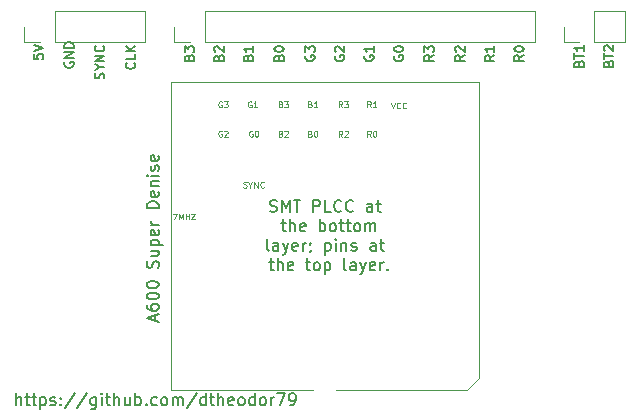
<source format=gto>
G04 #@! TF.GenerationSoftware,KiCad,Pcbnew,(5.1.6)-1*
G04 #@! TF.CreationDate,2021-06-26T13:41:07+03:00*
G04 #@! TF.ProjectId,a600_rgb2hdmi,61363030-5f72-4676-9232-68646d692e6b,rev?*
G04 #@! TF.SameCoordinates,Original*
G04 #@! TF.FileFunction,Legend,Top*
G04 #@! TF.FilePolarity,Positive*
%FSLAX46Y46*%
G04 Gerber Fmt 4.6, Leading zero omitted, Abs format (unit mm)*
G04 Created by KiCad (PCBNEW (5.1.6)-1) date 2021-06-26 13:41:07*
%MOMM*%
%LPD*%
G01*
G04 APERTURE LIST*
%ADD10C,0.100000*%
%ADD11C,0.150000*%
%ADD12C,0.120000*%
%ADD13O,1.800000X1.800000*%
%ADD14R,1.800000X1.800000*%
%ADD15C,1.522400*%
%ADD16R,1.522400X1.522400*%
G04 APERTURE END LIST*
D10*
X147633333Y-44526190D02*
X147800000Y-45026190D01*
X147966666Y-44526190D01*
X148419047Y-44978571D02*
X148395238Y-45002380D01*
X148323809Y-45026190D01*
X148276190Y-45026190D01*
X148204761Y-45002380D01*
X148157142Y-44954761D01*
X148133333Y-44907142D01*
X148109523Y-44811904D01*
X148109523Y-44740476D01*
X148133333Y-44645238D01*
X148157142Y-44597619D01*
X148204761Y-44550000D01*
X148276190Y-44526190D01*
X148323809Y-44526190D01*
X148395238Y-44550000D01*
X148419047Y-44573809D01*
X148919047Y-44978571D02*
X148895238Y-45002380D01*
X148823809Y-45026190D01*
X148776190Y-45026190D01*
X148704761Y-45002380D01*
X148657142Y-44954761D01*
X148633333Y-44907142D01*
X148609523Y-44811904D01*
X148609523Y-44740476D01*
X148633333Y-44645238D01*
X148657142Y-44597619D01*
X148704761Y-44550000D01*
X148776190Y-44526190D01*
X148823809Y-44526190D01*
X148895238Y-44550000D01*
X148919047Y-44573809D01*
X145916666Y-47426190D02*
X145750000Y-47188095D01*
X145630952Y-47426190D02*
X145630952Y-46926190D01*
X145821428Y-46926190D01*
X145869047Y-46950000D01*
X145892857Y-46973809D01*
X145916666Y-47021428D01*
X145916666Y-47092857D01*
X145892857Y-47140476D01*
X145869047Y-47164285D01*
X145821428Y-47188095D01*
X145630952Y-47188095D01*
X146226190Y-46926190D02*
X146273809Y-46926190D01*
X146321428Y-46950000D01*
X146345238Y-46973809D01*
X146369047Y-47021428D01*
X146392857Y-47116666D01*
X146392857Y-47235714D01*
X146369047Y-47330952D01*
X146345238Y-47378571D01*
X146321428Y-47402380D01*
X146273809Y-47426190D01*
X146226190Y-47426190D01*
X146178571Y-47402380D01*
X146154761Y-47378571D01*
X146130952Y-47330952D01*
X146107142Y-47235714D01*
X146107142Y-47116666D01*
X146130952Y-47021428D01*
X146154761Y-46973809D01*
X146178571Y-46950000D01*
X146226190Y-46926190D01*
X145916666Y-44926190D02*
X145750000Y-44688095D01*
X145630952Y-44926190D02*
X145630952Y-44426190D01*
X145821428Y-44426190D01*
X145869047Y-44450000D01*
X145892857Y-44473809D01*
X145916666Y-44521428D01*
X145916666Y-44592857D01*
X145892857Y-44640476D01*
X145869047Y-44664285D01*
X145821428Y-44688095D01*
X145630952Y-44688095D01*
X146392857Y-44926190D02*
X146107142Y-44926190D01*
X146250000Y-44926190D02*
X146250000Y-44426190D01*
X146202380Y-44497619D01*
X146154761Y-44545238D01*
X146107142Y-44569047D01*
X143516666Y-47426190D02*
X143350000Y-47188095D01*
X143230952Y-47426190D02*
X143230952Y-46926190D01*
X143421428Y-46926190D01*
X143469047Y-46950000D01*
X143492857Y-46973809D01*
X143516666Y-47021428D01*
X143516666Y-47092857D01*
X143492857Y-47140476D01*
X143469047Y-47164285D01*
X143421428Y-47188095D01*
X143230952Y-47188095D01*
X143707142Y-46973809D02*
X143730952Y-46950000D01*
X143778571Y-46926190D01*
X143897619Y-46926190D01*
X143945238Y-46950000D01*
X143969047Y-46973809D01*
X143992857Y-47021428D01*
X143992857Y-47069047D01*
X143969047Y-47140476D01*
X143683333Y-47426190D01*
X143992857Y-47426190D01*
X143516666Y-44926190D02*
X143350000Y-44688095D01*
X143230952Y-44926190D02*
X143230952Y-44426190D01*
X143421428Y-44426190D01*
X143469047Y-44450000D01*
X143492857Y-44473809D01*
X143516666Y-44521428D01*
X143516666Y-44592857D01*
X143492857Y-44640476D01*
X143469047Y-44664285D01*
X143421428Y-44688095D01*
X143230952Y-44688095D01*
X143683333Y-44426190D02*
X143992857Y-44426190D01*
X143826190Y-44616666D01*
X143897619Y-44616666D01*
X143945238Y-44640476D01*
X143969047Y-44664285D01*
X143992857Y-44711904D01*
X143992857Y-44830952D01*
X143969047Y-44878571D01*
X143945238Y-44902380D01*
X143897619Y-44926190D01*
X143754761Y-44926190D01*
X143707142Y-44902380D01*
X143683333Y-44878571D01*
X140797619Y-47164285D02*
X140869047Y-47188095D01*
X140892857Y-47211904D01*
X140916666Y-47259523D01*
X140916666Y-47330952D01*
X140892857Y-47378571D01*
X140869047Y-47402380D01*
X140821428Y-47426190D01*
X140630952Y-47426190D01*
X140630952Y-46926190D01*
X140797619Y-46926190D01*
X140845238Y-46950000D01*
X140869047Y-46973809D01*
X140892857Y-47021428D01*
X140892857Y-47069047D01*
X140869047Y-47116666D01*
X140845238Y-47140476D01*
X140797619Y-47164285D01*
X140630952Y-47164285D01*
X141226190Y-46926190D02*
X141273809Y-46926190D01*
X141321428Y-46950000D01*
X141345238Y-46973809D01*
X141369047Y-47021428D01*
X141392857Y-47116666D01*
X141392857Y-47235714D01*
X141369047Y-47330952D01*
X141345238Y-47378571D01*
X141321428Y-47402380D01*
X141273809Y-47426190D01*
X141226190Y-47426190D01*
X141178571Y-47402380D01*
X141154761Y-47378571D01*
X141130952Y-47330952D01*
X141107142Y-47235714D01*
X141107142Y-47116666D01*
X141130952Y-47021428D01*
X141154761Y-46973809D01*
X141178571Y-46950000D01*
X141226190Y-46926190D01*
X140797619Y-44664285D02*
X140869047Y-44688095D01*
X140892857Y-44711904D01*
X140916666Y-44759523D01*
X140916666Y-44830952D01*
X140892857Y-44878571D01*
X140869047Y-44902380D01*
X140821428Y-44926190D01*
X140630952Y-44926190D01*
X140630952Y-44426190D01*
X140797619Y-44426190D01*
X140845238Y-44450000D01*
X140869047Y-44473809D01*
X140892857Y-44521428D01*
X140892857Y-44569047D01*
X140869047Y-44616666D01*
X140845238Y-44640476D01*
X140797619Y-44664285D01*
X140630952Y-44664285D01*
X141392857Y-44926190D02*
X141107142Y-44926190D01*
X141250000Y-44926190D02*
X141250000Y-44426190D01*
X141202380Y-44497619D01*
X141154761Y-44545238D01*
X141107142Y-44569047D01*
X138297619Y-47164285D02*
X138369047Y-47188095D01*
X138392857Y-47211904D01*
X138416666Y-47259523D01*
X138416666Y-47330952D01*
X138392857Y-47378571D01*
X138369047Y-47402380D01*
X138321428Y-47426190D01*
X138130952Y-47426190D01*
X138130952Y-46926190D01*
X138297619Y-46926190D01*
X138345238Y-46950000D01*
X138369047Y-46973809D01*
X138392857Y-47021428D01*
X138392857Y-47069047D01*
X138369047Y-47116666D01*
X138345238Y-47140476D01*
X138297619Y-47164285D01*
X138130952Y-47164285D01*
X138607142Y-46973809D02*
X138630952Y-46950000D01*
X138678571Y-46926190D01*
X138797619Y-46926190D01*
X138845238Y-46950000D01*
X138869047Y-46973809D01*
X138892857Y-47021428D01*
X138892857Y-47069047D01*
X138869047Y-47140476D01*
X138583333Y-47426190D01*
X138892857Y-47426190D01*
X138297619Y-44664285D02*
X138369047Y-44688095D01*
X138392857Y-44711904D01*
X138416666Y-44759523D01*
X138416666Y-44830952D01*
X138392857Y-44878571D01*
X138369047Y-44902380D01*
X138321428Y-44926190D01*
X138130952Y-44926190D01*
X138130952Y-44426190D01*
X138297619Y-44426190D01*
X138345238Y-44450000D01*
X138369047Y-44473809D01*
X138392857Y-44521428D01*
X138392857Y-44569047D01*
X138369047Y-44616666D01*
X138345238Y-44640476D01*
X138297619Y-44664285D01*
X138130952Y-44664285D01*
X138583333Y-44426190D02*
X138892857Y-44426190D01*
X138726190Y-44616666D01*
X138797619Y-44616666D01*
X138845238Y-44640476D01*
X138869047Y-44664285D01*
X138892857Y-44711904D01*
X138892857Y-44830952D01*
X138869047Y-44878571D01*
X138845238Y-44902380D01*
X138797619Y-44926190D01*
X138654761Y-44926190D01*
X138607142Y-44902380D01*
X138583333Y-44878571D01*
X135892857Y-46950000D02*
X135845238Y-46926190D01*
X135773809Y-46926190D01*
X135702380Y-46950000D01*
X135654761Y-46997619D01*
X135630952Y-47045238D01*
X135607142Y-47140476D01*
X135607142Y-47211904D01*
X135630952Y-47307142D01*
X135654761Y-47354761D01*
X135702380Y-47402380D01*
X135773809Y-47426190D01*
X135821428Y-47426190D01*
X135892857Y-47402380D01*
X135916666Y-47378571D01*
X135916666Y-47211904D01*
X135821428Y-47211904D01*
X136226190Y-46926190D02*
X136273809Y-46926190D01*
X136321428Y-46950000D01*
X136345238Y-46973809D01*
X136369047Y-47021428D01*
X136392857Y-47116666D01*
X136392857Y-47235714D01*
X136369047Y-47330952D01*
X136345238Y-47378571D01*
X136321428Y-47402380D01*
X136273809Y-47426190D01*
X136226190Y-47426190D01*
X136178571Y-47402380D01*
X136154761Y-47378571D01*
X136130952Y-47330952D01*
X136107142Y-47235714D01*
X136107142Y-47116666D01*
X136130952Y-47021428D01*
X136154761Y-46973809D01*
X136178571Y-46950000D01*
X136226190Y-46926190D01*
X135792857Y-44450000D02*
X135745238Y-44426190D01*
X135673809Y-44426190D01*
X135602380Y-44450000D01*
X135554761Y-44497619D01*
X135530952Y-44545238D01*
X135507142Y-44640476D01*
X135507142Y-44711904D01*
X135530952Y-44807142D01*
X135554761Y-44854761D01*
X135602380Y-44902380D01*
X135673809Y-44926190D01*
X135721428Y-44926190D01*
X135792857Y-44902380D01*
X135816666Y-44878571D01*
X135816666Y-44711904D01*
X135721428Y-44711904D01*
X136292857Y-44926190D02*
X136007142Y-44926190D01*
X136150000Y-44926190D02*
X136150000Y-44426190D01*
X136102380Y-44497619D01*
X136054761Y-44545238D01*
X136007142Y-44569047D01*
X133292857Y-46950000D02*
X133245238Y-46926190D01*
X133173809Y-46926190D01*
X133102380Y-46950000D01*
X133054761Y-46997619D01*
X133030952Y-47045238D01*
X133007142Y-47140476D01*
X133007142Y-47211904D01*
X133030952Y-47307142D01*
X133054761Y-47354761D01*
X133102380Y-47402380D01*
X133173809Y-47426190D01*
X133221428Y-47426190D01*
X133292857Y-47402380D01*
X133316666Y-47378571D01*
X133316666Y-47211904D01*
X133221428Y-47211904D01*
X133507142Y-46973809D02*
X133530952Y-46950000D01*
X133578571Y-46926190D01*
X133697619Y-46926190D01*
X133745238Y-46950000D01*
X133769047Y-46973809D01*
X133792857Y-47021428D01*
X133792857Y-47069047D01*
X133769047Y-47140476D01*
X133483333Y-47426190D01*
X133792857Y-47426190D01*
X133292857Y-44450000D02*
X133245238Y-44426190D01*
X133173809Y-44426190D01*
X133102380Y-44450000D01*
X133054761Y-44497619D01*
X133030952Y-44545238D01*
X133007142Y-44640476D01*
X133007142Y-44711904D01*
X133030952Y-44807142D01*
X133054761Y-44854761D01*
X133102380Y-44902380D01*
X133173809Y-44926190D01*
X133221428Y-44926190D01*
X133292857Y-44902380D01*
X133316666Y-44878571D01*
X133316666Y-44711904D01*
X133221428Y-44711904D01*
X133483333Y-44426190D02*
X133792857Y-44426190D01*
X133626190Y-44616666D01*
X133697619Y-44616666D01*
X133745238Y-44640476D01*
X133769047Y-44664285D01*
X133792857Y-44711904D01*
X133792857Y-44830952D01*
X133769047Y-44878571D01*
X133745238Y-44902380D01*
X133697619Y-44926190D01*
X133554761Y-44926190D01*
X133507142Y-44902380D01*
X133483333Y-44878571D01*
X135130952Y-51702380D02*
X135202380Y-51726190D01*
X135321428Y-51726190D01*
X135369047Y-51702380D01*
X135392857Y-51678571D01*
X135416666Y-51630952D01*
X135416666Y-51583333D01*
X135392857Y-51535714D01*
X135369047Y-51511904D01*
X135321428Y-51488095D01*
X135226190Y-51464285D01*
X135178571Y-51440476D01*
X135154761Y-51416666D01*
X135130952Y-51369047D01*
X135130952Y-51321428D01*
X135154761Y-51273809D01*
X135178571Y-51250000D01*
X135226190Y-51226190D01*
X135345238Y-51226190D01*
X135416666Y-51250000D01*
X135726190Y-51488095D02*
X135726190Y-51726190D01*
X135559523Y-51226190D02*
X135726190Y-51488095D01*
X135892857Y-51226190D01*
X136059523Y-51726190D02*
X136059523Y-51226190D01*
X136345238Y-51726190D01*
X136345238Y-51226190D01*
X136869047Y-51678571D02*
X136845238Y-51702380D01*
X136773809Y-51726190D01*
X136726190Y-51726190D01*
X136654761Y-51702380D01*
X136607142Y-51654761D01*
X136583333Y-51607142D01*
X136559523Y-51511904D01*
X136559523Y-51440476D01*
X136583333Y-51345238D01*
X136607142Y-51297619D01*
X136654761Y-51250000D01*
X136726190Y-51226190D01*
X136773809Y-51226190D01*
X136845238Y-51250000D01*
X136869047Y-51273809D01*
X129147619Y-53926190D02*
X129480952Y-53926190D01*
X129266666Y-54426190D01*
X129671428Y-54426190D02*
X129671428Y-53926190D01*
X129838095Y-54283333D01*
X130004761Y-53926190D01*
X130004761Y-54426190D01*
X130242857Y-54426190D02*
X130242857Y-53926190D01*
X130242857Y-54164285D02*
X130528571Y-54164285D01*
X130528571Y-54426190D02*
X130528571Y-53926190D01*
X130719047Y-53926190D02*
X131052380Y-53926190D01*
X130719047Y-54426190D01*
X131052380Y-54426190D01*
D11*
X137376190Y-53729761D02*
X137519047Y-53777380D01*
X137757142Y-53777380D01*
X137852380Y-53729761D01*
X137900000Y-53682142D01*
X137947619Y-53586904D01*
X137947619Y-53491666D01*
X137900000Y-53396428D01*
X137852380Y-53348809D01*
X137757142Y-53301190D01*
X137566666Y-53253571D01*
X137471428Y-53205952D01*
X137423809Y-53158333D01*
X137376190Y-53063095D01*
X137376190Y-52967857D01*
X137423809Y-52872619D01*
X137471428Y-52825000D01*
X137566666Y-52777380D01*
X137804761Y-52777380D01*
X137947619Y-52825000D01*
X138376190Y-53777380D02*
X138376190Y-52777380D01*
X138709523Y-53491666D01*
X139042857Y-52777380D01*
X139042857Y-53777380D01*
X139376190Y-52777380D02*
X139947619Y-52777380D01*
X139661904Y-53777380D02*
X139661904Y-52777380D01*
X141042857Y-53777380D02*
X141042857Y-52777380D01*
X141423809Y-52777380D01*
X141519047Y-52825000D01*
X141566666Y-52872619D01*
X141614285Y-52967857D01*
X141614285Y-53110714D01*
X141566666Y-53205952D01*
X141519047Y-53253571D01*
X141423809Y-53301190D01*
X141042857Y-53301190D01*
X142519047Y-53777380D02*
X142042857Y-53777380D01*
X142042857Y-52777380D01*
X143423809Y-53682142D02*
X143376190Y-53729761D01*
X143233333Y-53777380D01*
X143138095Y-53777380D01*
X142995238Y-53729761D01*
X142900000Y-53634523D01*
X142852380Y-53539285D01*
X142804761Y-53348809D01*
X142804761Y-53205952D01*
X142852380Y-53015476D01*
X142900000Y-52920238D01*
X142995238Y-52825000D01*
X143138095Y-52777380D01*
X143233333Y-52777380D01*
X143376190Y-52825000D01*
X143423809Y-52872619D01*
X144423809Y-53682142D02*
X144376190Y-53729761D01*
X144233333Y-53777380D01*
X144138095Y-53777380D01*
X143995238Y-53729761D01*
X143900000Y-53634523D01*
X143852380Y-53539285D01*
X143804761Y-53348809D01*
X143804761Y-53205952D01*
X143852380Y-53015476D01*
X143900000Y-52920238D01*
X143995238Y-52825000D01*
X144138095Y-52777380D01*
X144233333Y-52777380D01*
X144376190Y-52825000D01*
X144423809Y-52872619D01*
X146042857Y-53777380D02*
X146042857Y-53253571D01*
X145995238Y-53158333D01*
X145900000Y-53110714D01*
X145709523Y-53110714D01*
X145614285Y-53158333D01*
X146042857Y-53729761D02*
X145947619Y-53777380D01*
X145709523Y-53777380D01*
X145614285Y-53729761D01*
X145566666Y-53634523D01*
X145566666Y-53539285D01*
X145614285Y-53444047D01*
X145709523Y-53396428D01*
X145947619Y-53396428D01*
X146042857Y-53348809D01*
X146376190Y-53110714D02*
X146757142Y-53110714D01*
X146519047Y-52777380D02*
X146519047Y-53634523D01*
X146566666Y-53729761D01*
X146661904Y-53777380D01*
X146757142Y-53777380D01*
X138352380Y-54760714D02*
X138733333Y-54760714D01*
X138495238Y-54427380D02*
X138495238Y-55284523D01*
X138542857Y-55379761D01*
X138638095Y-55427380D01*
X138733333Y-55427380D01*
X139066666Y-55427380D02*
X139066666Y-54427380D01*
X139495238Y-55427380D02*
X139495238Y-54903571D01*
X139447619Y-54808333D01*
X139352380Y-54760714D01*
X139209523Y-54760714D01*
X139114285Y-54808333D01*
X139066666Y-54855952D01*
X140352380Y-55379761D02*
X140257142Y-55427380D01*
X140066666Y-55427380D01*
X139971428Y-55379761D01*
X139923809Y-55284523D01*
X139923809Y-54903571D01*
X139971428Y-54808333D01*
X140066666Y-54760714D01*
X140257142Y-54760714D01*
X140352380Y-54808333D01*
X140400000Y-54903571D01*
X140400000Y-54998809D01*
X139923809Y-55094047D01*
X141590476Y-55427380D02*
X141590476Y-54427380D01*
X141590476Y-54808333D02*
X141685714Y-54760714D01*
X141876190Y-54760714D01*
X141971428Y-54808333D01*
X142019047Y-54855952D01*
X142066666Y-54951190D01*
X142066666Y-55236904D01*
X142019047Y-55332142D01*
X141971428Y-55379761D01*
X141876190Y-55427380D01*
X141685714Y-55427380D01*
X141590476Y-55379761D01*
X142638095Y-55427380D02*
X142542857Y-55379761D01*
X142495238Y-55332142D01*
X142447619Y-55236904D01*
X142447619Y-54951190D01*
X142495238Y-54855952D01*
X142542857Y-54808333D01*
X142638095Y-54760714D01*
X142780952Y-54760714D01*
X142876190Y-54808333D01*
X142923809Y-54855952D01*
X142971428Y-54951190D01*
X142971428Y-55236904D01*
X142923809Y-55332142D01*
X142876190Y-55379761D01*
X142780952Y-55427380D01*
X142638095Y-55427380D01*
X143257142Y-54760714D02*
X143638095Y-54760714D01*
X143400000Y-54427380D02*
X143400000Y-55284523D01*
X143447619Y-55379761D01*
X143542857Y-55427380D01*
X143638095Y-55427380D01*
X143828571Y-54760714D02*
X144209523Y-54760714D01*
X143971428Y-54427380D02*
X143971428Y-55284523D01*
X144019047Y-55379761D01*
X144114285Y-55427380D01*
X144209523Y-55427380D01*
X144685714Y-55427380D02*
X144590476Y-55379761D01*
X144542857Y-55332142D01*
X144495238Y-55236904D01*
X144495238Y-54951190D01*
X144542857Y-54855952D01*
X144590476Y-54808333D01*
X144685714Y-54760714D01*
X144828571Y-54760714D01*
X144923809Y-54808333D01*
X144971428Y-54855952D01*
X145019047Y-54951190D01*
X145019047Y-55236904D01*
X144971428Y-55332142D01*
X144923809Y-55379761D01*
X144828571Y-55427380D01*
X144685714Y-55427380D01*
X145447619Y-55427380D02*
X145447619Y-54760714D01*
X145447619Y-54855952D02*
X145495238Y-54808333D01*
X145590476Y-54760714D01*
X145733333Y-54760714D01*
X145828571Y-54808333D01*
X145876190Y-54903571D01*
X145876190Y-55427380D01*
X145876190Y-54903571D02*
X145923809Y-54808333D01*
X146019047Y-54760714D01*
X146161904Y-54760714D01*
X146257142Y-54808333D01*
X146304761Y-54903571D01*
X146304761Y-55427380D01*
X137280952Y-57077380D02*
X137185714Y-57029761D01*
X137138095Y-56934523D01*
X137138095Y-56077380D01*
X138090476Y-57077380D02*
X138090476Y-56553571D01*
X138042857Y-56458333D01*
X137947619Y-56410714D01*
X137757142Y-56410714D01*
X137661904Y-56458333D01*
X138090476Y-57029761D02*
X137995238Y-57077380D01*
X137757142Y-57077380D01*
X137661904Y-57029761D01*
X137614285Y-56934523D01*
X137614285Y-56839285D01*
X137661904Y-56744047D01*
X137757142Y-56696428D01*
X137995238Y-56696428D01*
X138090476Y-56648809D01*
X138471428Y-56410714D02*
X138709523Y-57077380D01*
X138947619Y-56410714D02*
X138709523Y-57077380D01*
X138614285Y-57315476D01*
X138566666Y-57363095D01*
X138471428Y-57410714D01*
X139709523Y-57029761D02*
X139614285Y-57077380D01*
X139423809Y-57077380D01*
X139328571Y-57029761D01*
X139280952Y-56934523D01*
X139280952Y-56553571D01*
X139328571Y-56458333D01*
X139423809Y-56410714D01*
X139614285Y-56410714D01*
X139709523Y-56458333D01*
X139757142Y-56553571D01*
X139757142Y-56648809D01*
X139280952Y-56744047D01*
X140185714Y-57077380D02*
X140185714Y-56410714D01*
X140185714Y-56601190D02*
X140233333Y-56505952D01*
X140280952Y-56458333D01*
X140376190Y-56410714D01*
X140471428Y-56410714D01*
X140852380Y-57029761D02*
X140852380Y-57077380D01*
X140804761Y-57172619D01*
X140757142Y-57220238D01*
X140804761Y-56458333D02*
X140852380Y-56505952D01*
X140804761Y-56553571D01*
X140757142Y-56505952D01*
X140804761Y-56458333D01*
X140804761Y-56553571D01*
X142042857Y-56410714D02*
X142042857Y-57410714D01*
X142042857Y-56458333D02*
X142138095Y-56410714D01*
X142328571Y-56410714D01*
X142423809Y-56458333D01*
X142471428Y-56505952D01*
X142519047Y-56601190D01*
X142519047Y-56886904D01*
X142471428Y-56982142D01*
X142423809Y-57029761D01*
X142328571Y-57077380D01*
X142138095Y-57077380D01*
X142042857Y-57029761D01*
X142947619Y-57077380D02*
X142947619Y-56410714D01*
X142947619Y-56077380D02*
X142900000Y-56125000D01*
X142947619Y-56172619D01*
X142995238Y-56125000D01*
X142947619Y-56077380D01*
X142947619Y-56172619D01*
X143423809Y-56410714D02*
X143423809Y-57077380D01*
X143423809Y-56505952D02*
X143471428Y-56458333D01*
X143566666Y-56410714D01*
X143709523Y-56410714D01*
X143804761Y-56458333D01*
X143852380Y-56553571D01*
X143852380Y-57077380D01*
X144280952Y-57029761D02*
X144376190Y-57077380D01*
X144566666Y-57077380D01*
X144661904Y-57029761D01*
X144709523Y-56934523D01*
X144709523Y-56886904D01*
X144661904Y-56791666D01*
X144566666Y-56744047D01*
X144423809Y-56744047D01*
X144328571Y-56696428D01*
X144280952Y-56601190D01*
X144280952Y-56553571D01*
X144328571Y-56458333D01*
X144423809Y-56410714D01*
X144566666Y-56410714D01*
X144661904Y-56458333D01*
X146328571Y-57077380D02*
X146328571Y-56553571D01*
X146280952Y-56458333D01*
X146185714Y-56410714D01*
X145995238Y-56410714D01*
X145900000Y-56458333D01*
X146328571Y-57029761D02*
X146233333Y-57077380D01*
X145995238Y-57077380D01*
X145900000Y-57029761D01*
X145852380Y-56934523D01*
X145852380Y-56839285D01*
X145900000Y-56744047D01*
X145995238Y-56696428D01*
X146233333Y-56696428D01*
X146328571Y-56648809D01*
X146661904Y-56410714D02*
X147042857Y-56410714D01*
X146804761Y-56077380D02*
X146804761Y-56934523D01*
X146852380Y-57029761D01*
X146947619Y-57077380D01*
X147042857Y-57077380D01*
X137304761Y-58060714D02*
X137685714Y-58060714D01*
X137447619Y-57727380D02*
X137447619Y-58584523D01*
X137495238Y-58679761D01*
X137590476Y-58727380D01*
X137685714Y-58727380D01*
X138019047Y-58727380D02*
X138019047Y-57727380D01*
X138447619Y-58727380D02*
X138447619Y-58203571D01*
X138400000Y-58108333D01*
X138304761Y-58060714D01*
X138161904Y-58060714D01*
X138066666Y-58108333D01*
X138019047Y-58155952D01*
X139304761Y-58679761D02*
X139209523Y-58727380D01*
X139019047Y-58727380D01*
X138923809Y-58679761D01*
X138876190Y-58584523D01*
X138876190Y-58203571D01*
X138923809Y-58108333D01*
X139019047Y-58060714D01*
X139209523Y-58060714D01*
X139304761Y-58108333D01*
X139352380Y-58203571D01*
X139352380Y-58298809D01*
X138876190Y-58394047D01*
X140400000Y-58060714D02*
X140780952Y-58060714D01*
X140542857Y-57727380D02*
X140542857Y-58584523D01*
X140590476Y-58679761D01*
X140685714Y-58727380D01*
X140780952Y-58727380D01*
X141257142Y-58727380D02*
X141161904Y-58679761D01*
X141114285Y-58632142D01*
X141066666Y-58536904D01*
X141066666Y-58251190D01*
X141114285Y-58155952D01*
X141161904Y-58108333D01*
X141257142Y-58060714D01*
X141400000Y-58060714D01*
X141495238Y-58108333D01*
X141542857Y-58155952D01*
X141590476Y-58251190D01*
X141590476Y-58536904D01*
X141542857Y-58632142D01*
X141495238Y-58679761D01*
X141400000Y-58727380D01*
X141257142Y-58727380D01*
X142019047Y-58060714D02*
X142019047Y-59060714D01*
X142019047Y-58108333D02*
X142114285Y-58060714D01*
X142304761Y-58060714D01*
X142400000Y-58108333D01*
X142447619Y-58155952D01*
X142495238Y-58251190D01*
X142495238Y-58536904D01*
X142447619Y-58632142D01*
X142400000Y-58679761D01*
X142304761Y-58727380D01*
X142114285Y-58727380D01*
X142019047Y-58679761D01*
X143828571Y-58727380D02*
X143733333Y-58679761D01*
X143685714Y-58584523D01*
X143685714Y-57727380D01*
X144638095Y-58727380D02*
X144638095Y-58203571D01*
X144590476Y-58108333D01*
X144495238Y-58060714D01*
X144304761Y-58060714D01*
X144209523Y-58108333D01*
X144638095Y-58679761D02*
X144542857Y-58727380D01*
X144304761Y-58727380D01*
X144209523Y-58679761D01*
X144161904Y-58584523D01*
X144161904Y-58489285D01*
X144209523Y-58394047D01*
X144304761Y-58346428D01*
X144542857Y-58346428D01*
X144638095Y-58298809D01*
X145019047Y-58060714D02*
X145257142Y-58727380D01*
X145495238Y-58060714D02*
X145257142Y-58727380D01*
X145161904Y-58965476D01*
X145114285Y-59013095D01*
X145019047Y-59060714D01*
X146257142Y-58679761D02*
X146161904Y-58727380D01*
X145971428Y-58727380D01*
X145876190Y-58679761D01*
X145828571Y-58584523D01*
X145828571Y-58203571D01*
X145876190Y-58108333D01*
X145971428Y-58060714D01*
X146161904Y-58060714D01*
X146257142Y-58108333D01*
X146304761Y-58203571D01*
X146304761Y-58298809D01*
X145828571Y-58394047D01*
X146733333Y-58727380D02*
X146733333Y-58060714D01*
X146733333Y-58251190D02*
X146780952Y-58155952D01*
X146828571Y-58108333D01*
X146923809Y-58060714D01*
X147019047Y-58060714D01*
X147352380Y-58632142D02*
X147400000Y-58679761D01*
X147352380Y-58727380D01*
X147304761Y-58679761D01*
X147352380Y-58632142D01*
X147352380Y-58727380D01*
X115890476Y-70152380D02*
X115890476Y-69152380D01*
X116319047Y-70152380D02*
X116319047Y-69628571D01*
X116271428Y-69533333D01*
X116176190Y-69485714D01*
X116033333Y-69485714D01*
X115938095Y-69533333D01*
X115890476Y-69580952D01*
X116652380Y-69485714D02*
X117033333Y-69485714D01*
X116795238Y-69152380D02*
X116795238Y-70009523D01*
X116842857Y-70104761D01*
X116938095Y-70152380D01*
X117033333Y-70152380D01*
X117223809Y-69485714D02*
X117604761Y-69485714D01*
X117366666Y-69152380D02*
X117366666Y-70009523D01*
X117414285Y-70104761D01*
X117509523Y-70152380D01*
X117604761Y-70152380D01*
X117938095Y-69485714D02*
X117938095Y-70485714D01*
X117938095Y-69533333D02*
X118033333Y-69485714D01*
X118223809Y-69485714D01*
X118319047Y-69533333D01*
X118366666Y-69580952D01*
X118414285Y-69676190D01*
X118414285Y-69961904D01*
X118366666Y-70057142D01*
X118319047Y-70104761D01*
X118223809Y-70152380D01*
X118033333Y-70152380D01*
X117938095Y-70104761D01*
X118795238Y-70104761D02*
X118890476Y-70152380D01*
X119080952Y-70152380D01*
X119176190Y-70104761D01*
X119223809Y-70009523D01*
X119223809Y-69961904D01*
X119176190Y-69866666D01*
X119080952Y-69819047D01*
X118938095Y-69819047D01*
X118842857Y-69771428D01*
X118795238Y-69676190D01*
X118795238Y-69628571D01*
X118842857Y-69533333D01*
X118938095Y-69485714D01*
X119080952Y-69485714D01*
X119176190Y-69533333D01*
X119652380Y-70057142D02*
X119700000Y-70104761D01*
X119652380Y-70152380D01*
X119604761Y-70104761D01*
X119652380Y-70057142D01*
X119652380Y-70152380D01*
X119652380Y-69533333D02*
X119700000Y-69580952D01*
X119652380Y-69628571D01*
X119604761Y-69580952D01*
X119652380Y-69533333D01*
X119652380Y-69628571D01*
X120842857Y-69104761D02*
X119985714Y-70390476D01*
X121890476Y-69104761D02*
X121033333Y-70390476D01*
X122652380Y-69485714D02*
X122652380Y-70295238D01*
X122604761Y-70390476D01*
X122557142Y-70438095D01*
X122461904Y-70485714D01*
X122319047Y-70485714D01*
X122223809Y-70438095D01*
X122652380Y-70104761D02*
X122557142Y-70152380D01*
X122366666Y-70152380D01*
X122271428Y-70104761D01*
X122223809Y-70057142D01*
X122176190Y-69961904D01*
X122176190Y-69676190D01*
X122223809Y-69580952D01*
X122271428Y-69533333D01*
X122366666Y-69485714D01*
X122557142Y-69485714D01*
X122652380Y-69533333D01*
X123128571Y-70152380D02*
X123128571Y-69485714D01*
X123128571Y-69152380D02*
X123080952Y-69200000D01*
X123128571Y-69247619D01*
X123176190Y-69200000D01*
X123128571Y-69152380D01*
X123128571Y-69247619D01*
X123461904Y-69485714D02*
X123842857Y-69485714D01*
X123604761Y-69152380D02*
X123604761Y-70009523D01*
X123652380Y-70104761D01*
X123747619Y-70152380D01*
X123842857Y-70152380D01*
X124176190Y-70152380D02*
X124176190Y-69152380D01*
X124604761Y-70152380D02*
X124604761Y-69628571D01*
X124557142Y-69533333D01*
X124461904Y-69485714D01*
X124319047Y-69485714D01*
X124223809Y-69533333D01*
X124176190Y-69580952D01*
X125509523Y-69485714D02*
X125509523Y-70152380D01*
X125080952Y-69485714D02*
X125080952Y-70009523D01*
X125128571Y-70104761D01*
X125223809Y-70152380D01*
X125366666Y-70152380D01*
X125461904Y-70104761D01*
X125509523Y-70057142D01*
X125985714Y-70152380D02*
X125985714Y-69152380D01*
X125985714Y-69533333D02*
X126080952Y-69485714D01*
X126271428Y-69485714D01*
X126366666Y-69533333D01*
X126414285Y-69580952D01*
X126461904Y-69676190D01*
X126461904Y-69961904D01*
X126414285Y-70057142D01*
X126366666Y-70104761D01*
X126271428Y-70152380D01*
X126080952Y-70152380D01*
X125985714Y-70104761D01*
X126890476Y-70057142D02*
X126938095Y-70104761D01*
X126890476Y-70152380D01*
X126842857Y-70104761D01*
X126890476Y-70057142D01*
X126890476Y-70152380D01*
X127795238Y-70104761D02*
X127700000Y-70152380D01*
X127509523Y-70152380D01*
X127414285Y-70104761D01*
X127366666Y-70057142D01*
X127319047Y-69961904D01*
X127319047Y-69676190D01*
X127366666Y-69580952D01*
X127414285Y-69533333D01*
X127509523Y-69485714D01*
X127700000Y-69485714D01*
X127795238Y-69533333D01*
X128366666Y-70152380D02*
X128271428Y-70104761D01*
X128223809Y-70057142D01*
X128176190Y-69961904D01*
X128176190Y-69676190D01*
X128223809Y-69580952D01*
X128271428Y-69533333D01*
X128366666Y-69485714D01*
X128509523Y-69485714D01*
X128604761Y-69533333D01*
X128652380Y-69580952D01*
X128700000Y-69676190D01*
X128700000Y-69961904D01*
X128652380Y-70057142D01*
X128604761Y-70104761D01*
X128509523Y-70152380D01*
X128366666Y-70152380D01*
X129128571Y-70152380D02*
X129128571Y-69485714D01*
X129128571Y-69580952D02*
X129176190Y-69533333D01*
X129271428Y-69485714D01*
X129414285Y-69485714D01*
X129509523Y-69533333D01*
X129557142Y-69628571D01*
X129557142Y-70152380D01*
X129557142Y-69628571D02*
X129604761Y-69533333D01*
X129700000Y-69485714D01*
X129842857Y-69485714D01*
X129938095Y-69533333D01*
X129985714Y-69628571D01*
X129985714Y-70152380D01*
X131176190Y-69104761D02*
X130319047Y-70390476D01*
X131938095Y-70152380D02*
X131938095Y-69152380D01*
X131938095Y-70104761D02*
X131842857Y-70152380D01*
X131652380Y-70152380D01*
X131557142Y-70104761D01*
X131509523Y-70057142D01*
X131461904Y-69961904D01*
X131461904Y-69676190D01*
X131509523Y-69580952D01*
X131557142Y-69533333D01*
X131652380Y-69485714D01*
X131842857Y-69485714D01*
X131938095Y-69533333D01*
X132271428Y-69485714D02*
X132652380Y-69485714D01*
X132414285Y-69152380D02*
X132414285Y-70009523D01*
X132461904Y-70104761D01*
X132557142Y-70152380D01*
X132652380Y-70152380D01*
X132985714Y-70152380D02*
X132985714Y-69152380D01*
X133414285Y-70152380D02*
X133414285Y-69628571D01*
X133366666Y-69533333D01*
X133271428Y-69485714D01*
X133128571Y-69485714D01*
X133033333Y-69533333D01*
X132985714Y-69580952D01*
X134271428Y-70104761D02*
X134176190Y-70152380D01*
X133985714Y-70152380D01*
X133890476Y-70104761D01*
X133842857Y-70009523D01*
X133842857Y-69628571D01*
X133890476Y-69533333D01*
X133985714Y-69485714D01*
X134176190Y-69485714D01*
X134271428Y-69533333D01*
X134319047Y-69628571D01*
X134319047Y-69723809D01*
X133842857Y-69819047D01*
X134890476Y-70152380D02*
X134795238Y-70104761D01*
X134747619Y-70057142D01*
X134700000Y-69961904D01*
X134700000Y-69676190D01*
X134747619Y-69580952D01*
X134795238Y-69533333D01*
X134890476Y-69485714D01*
X135033333Y-69485714D01*
X135128571Y-69533333D01*
X135176190Y-69580952D01*
X135223809Y-69676190D01*
X135223809Y-69961904D01*
X135176190Y-70057142D01*
X135128571Y-70104761D01*
X135033333Y-70152380D01*
X134890476Y-70152380D01*
X136080952Y-70152380D02*
X136080952Y-69152380D01*
X136080952Y-70104761D02*
X135985714Y-70152380D01*
X135795238Y-70152380D01*
X135700000Y-70104761D01*
X135652380Y-70057142D01*
X135604761Y-69961904D01*
X135604761Y-69676190D01*
X135652380Y-69580952D01*
X135700000Y-69533333D01*
X135795238Y-69485714D01*
X135985714Y-69485714D01*
X136080952Y-69533333D01*
X136700000Y-70152380D02*
X136604761Y-70104761D01*
X136557142Y-70057142D01*
X136509523Y-69961904D01*
X136509523Y-69676190D01*
X136557142Y-69580952D01*
X136604761Y-69533333D01*
X136700000Y-69485714D01*
X136842857Y-69485714D01*
X136938095Y-69533333D01*
X136985714Y-69580952D01*
X137033333Y-69676190D01*
X137033333Y-69961904D01*
X136985714Y-70057142D01*
X136938095Y-70104761D01*
X136842857Y-70152380D01*
X136700000Y-70152380D01*
X137461904Y-70152380D02*
X137461904Y-69485714D01*
X137461904Y-69676190D02*
X137509523Y-69580952D01*
X137557142Y-69533333D01*
X137652380Y-69485714D01*
X137747619Y-69485714D01*
X137985714Y-69152380D02*
X138652380Y-69152380D01*
X138223809Y-70152380D01*
X139080952Y-70152380D02*
X139271428Y-70152380D01*
X139366666Y-70104761D01*
X139414285Y-70057142D01*
X139509523Y-69914285D01*
X139557142Y-69723809D01*
X139557142Y-69342857D01*
X139509523Y-69247619D01*
X139461904Y-69200000D01*
X139366666Y-69152380D01*
X139176190Y-69152380D01*
X139080952Y-69200000D01*
X139033333Y-69247619D01*
X138985714Y-69342857D01*
X138985714Y-69580952D01*
X139033333Y-69676190D01*
X139080952Y-69723809D01*
X139176190Y-69771428D01*
X139366666Y-69771428D01*
X139461904Y-69723809D01*
X139509523Y-69676190D01*
X139557142Y-69580952D01*
X166042857Y-41228571D02*
X166080952Y-41114285D01*
X166119047Y-41076190D01*
X166195238Y-41038095D01*
X166309523Y-41038095D01*
X166385714Y-41076190D01*
X166423809Y-41114285D01*
X166461904Y-41190476D01*
X166461904Y-41495238D01*
X165661904Y-41495238D01*
X165661904Y-41228571D01*
X165700000Y-41152380D01*
X165738095Y-41114285D01*
X165814285Y-41076190D01*
X165890476Y-41076190D01*
X165966666Y-41114285D01*
X166004761Y-41152380D01*
X166042857Y-41228571D01*
X166042857Y-41495238D01*
X165661904Y-40809523D02*
X165661904Y-40352380D01*
X166461904Y-40580952D02*
X165661904Y-40580952D01*
X165738095Y-40123809D02*
X165700000Y-40085714D01*
X165661904Y-40009523D01*
X165661904Y-39819047D01*
X165700000Y-39742857D01*
X165738095Y-39704761D01*
X165814285Y-39666666D01*
X165890476Y-39666666D01*
X166004761Y-39704761D01*
X166461904Y-40161904D01*
X166461904Y-39666666D01*
X163542857Y-41228571D02*
X163580952Y-41114285D01*
X163619047Y-41076190D01*
X163695238Y-41038095D01*
X163809523Y-41038095D01*
X163885714Y-41076190D01*
X163923809Y-41114285D01*
X163961904Y-41190476D01*
X163961904Y-41495238D01*
X163161904Y-41495238D01*
X163161904Y-41228571D01*
X163200000Y-41152380D01*
X163238095Y-41114285D01*
X163314285Y-41076190D01*
X163390476Y-41076190D01*
X163466666Y-41114285D01*
X163504761Y-41152380D01*
X163542857Y-41228571D01*
X163542857Y-41495238D01*
X163161904Y-40809523D02*
X163161904Y-40352380D01*
X163961904Y-40580952D02*
X163161904Y-40580952D01*
X163961904Y-39666666D02*
X163961904Y-40123809D01*
X163961904Y-39895238D02*
X163161904Y-39895238D01*
X163276190Y-39971428D01*
X163352380Y-40047619D01*
X163390476Y-40123809D01*
X158861904Y-40533333D02*
X158480952Y-40800000D01*
X158861904Y-40990476D02*
X158061904Y-40990476D01*
X158061904Y-40685714D01*
X158100000Y-40609523D01*
X158138095Y-40571428D01*
X158214285Y-40533333D01*
X158328571Y-40533333D01*
X158404761Y-40571428D01*
X158442857Y-40609523D01*
X158480952Y-40685714D01*
X158480952Y-40990476D01*
X158061904Y-40038095D02*
X158061904Y-39961904D01*
X158100000Y-39885714D01*
X158138095Y-39847619D01*
X158214285Y-39809523D01*
X158366666Y-39771428D01*
X158557142Y-39771428D01*
X158709523Y-39809523D01*
X158785714Y-39847619D01*
X158823809Y-39885714D01*
X158861904Y-39961904D01*
X158861904Y-40038095D01*
X158823809Y-40114285D01*
X158785714Y-40152380D01*
X158709523Y-40190476D01*
X158557142Y-40228571D01*
X158366666Y-40228571D01*
X158214285Y-40190476D01*
X158138095Y-40152380D01*
X158100000Y-40114285D01*
X158061904Y-40038095D01*
X156361904Y-40533333D02*
X155980952Y-40800000D01*
X156361904Y-40990476D02*
X155561904Y-40990476D01*
X155561904Y-40685714D01*
X155600000Y-40609523D01*
X155638095Y-40571428D01*
X155714285Y-40533333D01*
X155828571Y-40533333D01*
X155904761Y-40571428D01*
X155942857Y-40609523D01*
X155980952Y-40685714D01*
X155980952Y-40990476D01*
X156361904Y-39771428D02*
X156361904Y-40228571D01*
X156361904Y-40000000D02*
X155561904Y-40000000D01*
X155676190Y-40076190D01*
X155752380Y-40152380D01*
X155790476Y-40228571D01*
X153861904Y-40533333D02*
X153480952Y-40800000D01*
X153861904Y-40990476D02*
X153061904Y-40990476D01*
X153061904Y-40685714D01*
X153100000Y-40609523D01*
X153138095Y-40571428D01*
X153214285Y-40533333D01*
X153328571Y-40533333D01*
X153404761Y-40571428D01*
X153442857Y-40609523D01*
X153480952Y-40685714D01*
X153480952Y-40990476D01*
X153138095Y-40228571D02*
X153100000Y-40190476D01*
X153061904Y-40114285D01*
X153061904Y-39923809D01*
X153100000Y-39847619D01*
X153138095Y-39809523D01*
X153214285Y-39771428D01*
X153290476Y-39771428D01*
X153404761Y-39809523D01*
X153861904Y-40266666D01*
X153861904Y-39771428D01*
X151261904Y-40533333D02*
X150880952Y-40800000D01*
X151261904Y-40990476D02*
X150461904Y-40990476D01*
X150461904Y-40685714D01*
X150500000Y-40609523D01*
X150538095Y-40571428D01*
X150614285Y-40533333D01*
X150728571Y-40533333D01*
X150804761Y-40571428D01*
X150842857Y-40609523D01*
X150880952Y-40685714D01*
X150880952Y-40990476D01*
X150461904Y-40266666D02*
X150461904Y-39771428D01*
X150766666Y-40038095D01*
X150766666Y-39923809D01*
X150804761Y-39847619D01*
X150842857Y-39809523D01*
X150919047Y-39771428D01*
X151109523Y-39771428D01*
X151185714Y-39809523D01*
X151223809Y-39847619D01*
X151261904Y-39923809D01*
X151261904Y-40152380D01*
X151223809Y-40228571D01*
X151185714Y-40266666D01*
X147900000Y-40571428D02*
X147861904Y-40647619D01*
X147861904Y-40761904D01*
X147900000Y-40876190D01*
X147976190Y-40952380D01*
X148052380Y-40990476D01*
X148204761Y-41028571D01*
X148319047Y-41028571D01*
X148471428Y-40990476D01*
X148547619Y-40952380D01*
X148623809Y-40876190D01*
X148661904Y-40761904D01*
X148661904Y-40685714D01*
X148623809Y-40571428D01*
X148585714Y-40533333D01*
X148319047Y-40533333D01*
X148319047Y-40685714D01*
X147861904Y-40038095D02*
X147861904Y-39961904D01*
X147900000Y-39885714D01*
X147938095Y-39847619D01*
X148014285Y-39809523D01*
X148166666Y-39771428D01*
X148357142Y-39771428D01*
X148509523Y-39809523D01*
X148585714Y-39847619D01*
X148623809Y-39885714D01*
X148661904Y-39961904D01*
X148661904Y-40038095D01*
X148623809Y-40114285D01*
X148585714Y-40152380D01*
X148509523Y-40190476D01*
X148357142Y-40228571D01*
X148166666Y-40228571D01*
X148014285Y-40190476D01*
X147938095Y-40152380D01*
X147900000Y-40114285D01*
X147861904Y-40038095D01*
X145400000Y-40571428D02*
X145361904Y-40647619D01*
X145361904Y-40761904D01*
X145400000Y-40876190D01*
X145476190Y-40952380D01*
X145552380Y-40990476D01*
X145704761Y-41028571D01*
X145819047Y-41028571D01*
X145971428Y-40990476D01*
X146047619Y-40952380D01*
X146123809Y-40876190D01*
X146161904Y-40761904D01*
X146161904Y-40685714D01*
X146123809Y-40571428D01*
X146085714Y-40533333D01*
X145819047Y-40533333D01*
X145819047Y-40685714D01*
X146161904Y-39771428D02*
X146161904Y-40228571D01*
X146161904Y-40000000D02*
X145361904Y-40000000D01*
X145476190Y-40076190D01*
X145552380Y-40152380D01*
X145590476Y-40228571D01*
X142900000Y-40571428D02*
X142861904Y-40647619D01*
X142861904Y-40761904D01*
X142900000Y-40876190D01*
X142976190Y-40952380D01*
X143052380Y-40990476D01*
X143204761Y-41028571D01*
X143319047Y-41028571D01*
X143471428Y-40990476D01*
X143547619Y-40952380D01*
X143623809Y-40876190D01*
X143661904Y-40761904D01*
X143661904Y-40685714D01*
X143623809Y-40571428D01*
X143585714Y-40533333D01*
X143319047Y-40533333D01*
X143319047Y-40685714D01*
X142938095Y-40228571D02*
X142900000Y-40190476D01*
X142861904Y-40114285D01*
X142861904Y-39923809D01*
X142900000Y-39847619D01*
X142938095Y-39809523D01*
X143014285Y-39771428D01*
X143090476Y-39771428D01*
X143204761Y-39809523D01*
X143661904Y-40266666D01*
X143661904Y-39771428D01*
X140400000Y-40571428D02*
X140361904Y-40647619D01*
X140361904Y-40761904D01*
X140400000Y-40876190D01*
X140476190Y-40952380D01*
X140552380Y-40990476D01*
X140704761Y-41028571D01*
X140819047Y-41028571D01*
X140971428Y-40990476D01*
X141047619Y-40952380D01*
X141123809Y-40876190D01*
X141161904Y-40761904D01*
X141161904Y-40685714D01*
X141123809Y-40571428D01*
X141085714Y-40533333D01*
X140819047Y-40533333D01*
X140819047Y-40685714D01*
X140361904Y-40266666D02*
X140361904Y-39771428D01*
X140666666Y-40038095D01*
X140666666Y-39923809D01*
X140704761Y-39847619D01*
X140742857Y-39809523D01*
X140819047Y-39771428D01*
X141009523Y-39771428D01*
X141085714Y-39809523D01*
X141123809Y-39847619D01*
X141161904Y-39923809D01*
X141161904Y-40152380D01*
X141123809Y-40228571D01*
X141085714Y-40266666D01*
X138142857Y-40723809D02*
X138180952Y-40609523D01*
X138219047Y-40571428D01*
X138295238Y-40533333D01*
X138409523Y-40533333D01*
X138485714Y-40571428D01*
X138523809Y-40609523D01*
X138561904Y-40685714D01*
X138561904Y-40990476D01*
X137761904Y-40990476D01*
X137761904Y-40723809D01*
X137800000Y-40647619D01*
X137838095Y-40609523D01*
X137914285Y-40571428D01*
X137990476Y-40571428D01*
X138066666Y-40609523D01*
X138104761Y-40647619D01*
X138142857Y-40723809D01*
X138142857Y-40990476D01*
X137761904Y-40038095D02*
X137761904Y-39961904D01*
X137800000Y-39885714D01*
X137838095Y-39847619D01*
X137914285Y-39809523D01*
X138066666Y-39771428D01*
X138257142Y-39771428D01*
X138409523Y-39809523D01*
X138485714Y-39847619D01*
X138523809Y-39885714D01*
X138561904Y-39961904D01*
X138561904Y-40038095D01*
X138523809Y-40114285D01*
X138485714Y-40152380D01*
X138409523Y-40190476D01*
X138257142Y-40228571D01*
X138066666Y-40228571D01*
X137914285Y-40190476D01*
X137838095Y-40152380D01*
X137800000Y-40114285D01*
X137761904Y-40038095D01*
X135542857Y-40723809D02*
X135580952Y-40609523D01*
X135619047Y-40571428D01*
X135695238Y-40533333D01*
X135809523Y-40533333D01*
X135885714Y-40571428D01*
X135923809Y-40609523D01*
X135961904Y-40685714D01*
X135961904Y-40990476D01*
X135161904Y-40990476D01*
X135161904Y-40723809D01*
X135200000Y-40647619D01*
X135238095Y-40609523D01*
X135314285Y-40571428D01*
X135390476Y-40571428D01*
X135466666Y-40609523D01*
X135504761Y-40647619D01*
X135542857Y-40723809D01*
X135542857Y-40990476D01*
X135961904Y-39771428D02*
X135961904Y-40228571D01*
X135961904Y-40000000D02*
X135161904Y-40000000D01*
X135276190Y-40076190D01*
X135352380Y-40152380D01*
X135390476Y-40228571D01*
X133042857Y-40723809D02*
X133080952Y-40609523D01*
X133119047Y-40571428D01*
X133195238Y-40533333D01*
X133309523Y-40533333D01*
X133385714Y-40571428D01*
X133423809Y-40609523D01*
X133461904Y-40685714D01*
X133461904Y-40990476D01*
X132661904Y-40990476D01*
X132661904Y-40723809D01*
X132700000Y-40647619D01*
X132738095Y-40609523D01*
X132814285Y-40571428D01*
X132890476Y-40571428D01*
X132966666Y-40609523D01*
X133004761Y-40647619D01*
X133042857Y-40723809D01*
X133042857Y-40990476D01*
X132738095Y-40228571D02*
X132700000Y-40190476D01*
X132661904Y-40114285D01*
X132661904Y-39923809D01*
X132700000Y-39847619D01*
X132738095Y-39809523D01*
X132814285Y-39771428D01*
X132890476Y-39771428D01*
X133004761Y-39809523D01*
X133461904Y-40266666D01*
X133461904Y-39771428D01*
X130542857Y-40723809D02*
X130580952Y-40609523D01*
X130619047Y-40571428D01*
X130695238Y-40533333D01*
X130809523Y-40533333D01*
X130885714Y-40571428D01*
X130923809Y-40609523D01*
X130961904Y-40685714D01*
X130961904Y-40990476D01*
X130161904Y-40990476D01*
X130161904Y-40723809D01*
X130200000Y-40647619D01*
X130238095Y-40609523D01*
X130314285Y-40571428D01*
X130390476Y-40571428D01*
X130466666Y-40609523D01*
X130504761Y-40647619D01*
X130542857Y-40723809D01*
X130542857Y-40990476D01*
X130161904Y-40266666D02*
X130161904Y-39771428D01*
X130466666Y-40038095D01*
X130466666Y-39923809D01*
X130504761Y-39847619D01*
X130542857Y-39809523D01*
X130619047Y-39771428D01*
X130809523Y-39771428D01*
X130885714Y-39809523D01*
X130923809Y-39847619D01*
X130961904Y-39923809D01*
X130961904Y-40152380D01*
X130923809Y-40228571D01*
X130885714Y-40266666D01*
X125885714Y-41176190D02*
X125923809Y-41214285D01*
X125961904Y-41328571D01*
X125961904Y-41404761D01*
X125923809Y-41519047D01*
X125847619Y-41595238D01*
X125771428Y-41633333D01*
X125619047Y-41671428D01*
X125504761Y-41671428D01*
X125352380Y-41633333D01*
X125276190Y-41595238D01*
X125200000Y-41519047D01*
X125161904Y-41404761D01*
X125161904Y-41328571D01*
X125200000Y-41214285D01*
X125238095Y-41176190D01*
X125961904Y-40452380D02*
X125961904Y-40833333D01*
X125161904Y-40833333D01*
X125961904Y-40185714D02*
X125161904Y-40185714D01*
X125961904Y-39728571D02*
X125504761Y-40071428D01*
X125161904Y-39728571D02*
X125619047Y-40185714D01*
X123323809Y-42490476D02*
X123361904Y-42376190D01*
X123361904Y-42185714D01*
X123323809Y-42109523D01*
X123285714Y-42071428D01*
X123209523Y-42033333D01*
X123133333Y-42033333D01*
X123057142Y-42071428D01*
X123019047Y-42109523D01*
X122980952Y-42185714D01*
X122942857Y-42338095D01*
X122904761Y-42414285D01*
X122866666Y-42452380D01*
X122790476Y-42490476D01*
X122714285Y-42490476D01*
X122638095Y-42452380D01*
X122600000Y-42414285D01*
X122561904Y-42338095D01*
X122561904Y-42147619D01*
X122600000Y-42033333D01*
X122980952Y-41538095D02*
X123361904Y-41538095D01*
X122561904Y-41804761D02*
X122980952Y-41538095D01*
X122561904Y-41271428D01*
X123361904Y-41004761D02*
X122561904Y-41004761D01*
X123361904Y-40547619D01*
X122561904Y-40547619D01*
X123285714Y-39709523D02*
X123323809Y-39747619D01*
X123361904Y-39861904D01*
X123361904Y-39938095D01*
X123323809Y-40052380D01*
X123247619Y-40128571D01*
X123171428Y-40166666D01*
X123019047Y-40204761D01*
X122904761Y-40204761D01*
X122752380Y-40166666D01*
X122676190Y-40128571D01*
X122600000Y-40052380D01*
X122561904Y-39938095D01*
X122561904Y-39861904D01*
X122600000Y-39747619D01*
X122638095Y-39709523D01*
X120000000Y-41109523D02*
X119961904Y-41185714D01*
X119961904Y-41300000D01*
X120000000Y-41414285D01*
X120076190Y-41490476D01*
X120152380Y-41528571D01*
X120304761Y-41566666D01*
X120419047Y-41566666D01*
X120571428Y-41528571D01*
X120647619Y-41490476D01*
X120723809Y-41414285D01*
X120761904Y-41300000D01*
X120761904Y-41223809D01*
X120723809Y-41109523D01*
X120685714Y-41071428D01*
X120419047Y-41071428D01*
X120419047Y-41223809D01*
X120761904Y-40728571D02*
X119961904Y-40728571D01*
X120761904Y-40271428D01*
X119961904Y-40271428D01*
X120761904Y-39890476D02*
X119961904Y-39890476D01*
X119961904Y-39700000D01*
X120000000Y-39585714D01*
X120076190Y-39509523D01*
X120152380Y-39471428D01*
X120304761Y-39433333D01*
X120419047Y-39433333D01*
X120571428Y-39471428D01*
X120647619Y-39509523D01*
X120723809Y-39585714D01*
X120761904Y-39700000D01*
X120761904Y-39890476D01*
X117361904Y-40452380D02*
X117361904Y-40833333D01*
X117742857Y-40871428D01*
X117704761Y-40833333D01*
X117666666Y-40757142D01*
X117666666Y-40566666D01*
X117704761Y-40490476D01*
X117742857Y-40452380D01*
X117819047Y-40414285D01*
X118009523Y-40414285D01*
X118085714Y-40452380D01*
X118123809Y-40490476D01*
X118161904Y-40566666D01*
X118161904Y-40757142D01*
X118123809Y-40833333D01*
X118085714Y-40871428D01*
X117361904Y-40185714D02*
X118161904Y-39919047D01*
X117361904Y-39652380D01*
D12*
X167440000Y-39430000D02*
X167440000Y-36770000D01*
X164840000Y-39430000D02*
X167440000Y-39430000D01*
X164840000Y-36770000D02*
X167440000Y-36770000D01*
X164840000Y-39430000D02*
X164840000Y-36770000D01*
X163570000Y-39430000D02*
X162240000Y-39430000D01*
X162240000Y-39430000D02*
X162240000Y-38100000D01*
X159840000Y-39430000D02*
X159840000Y-36770000D01*
X131840000Y-39430000D02*
X159840000Y-39430000D01*
X131840000Y-36770000D02*
X159840000Y-36770000D01*
X131840000Y-39430000D02*
X131840000Y-36770000D01*
X130570000Y-39430000D02*
X129240000Y-39430000D01*
X129240000Y-39430000D02*
X129240000Y-38100000D01*
X126820000Y-39430000D02*
X126820000Y-36770000D01*
X119140000Y-39430000D02*
X126820000Y-39430000D01*
X119140000Y-36770000D02*
X126820000Y-36770000D01*
X119140000Y-39430000D02*
X119140000Y-36770000D01*
X117870000Y-39430000D02*
X116540000Y-39430000D01*
X116540000Y-39430000D02*
X116540000Y-38100000D01*
X143000000Y-68880000D02*
X154040000Y-68880000D01*
X154040000Y-68880000D02*
X155040000Y-67880000D01*
X155040000Y-67880000D02*
X155040000Y-42800000D01*
X155040000Y-42800000D02*
X128960000Y-42800000D01*
X128960000Y-42800000D02*
X128960000Y-68880000D01*
X128960000Y-68880000D02*
X141000000Y-68880000D01*
D11*
X127666666Y-63000000D02*
X127666666Y-62523809D01*
X127952380Y-63095238D02*
X126952380Y-62761904D01*
X127952380Y-62428571D01*
X126952380Y-61666666D02*
X126952380Y-61857142D01*
X127000000Y-61952380D01*
X127047619Y-62000000D01*
X127190476Y-62095238D01*
X127380952Y-62142857D01*
X127761904Y-62142857D01*
X127857142Y-62095238D01*
X127904761Y-62047619D01*
X127952380Y-61952380D01*
X127952380Y-61761904D01*
X127904761Y-61666666D01*
X127857142Y-61619047D01*
X127761904Y-61571428D01*
X127523809Y-61571428D01*
X127428571Y-61619047D01*
X127380952Y-61666666D01*
X127333333Y-61761904D01*
X127333333Y-61952380D01*
X127380952Y-62047619D01*
X127428571Y-62095238D01*
X127523809Y-62142857D01*
X126952380Y-60952380D02*
X126952380Y-60857142D01*
X127000000Y-60761904D01*
X127047619Y-60714285D01*
X127142857Y-60666666D01*
X127333333Y-60619047D01*
X127571428Y-60619047D01*
X127761904Y-60666666D01*
X127857142Y-60714285D01*
X127904761Y-60761904D01*
X127952380Y-60857142D01*
X127952380Y-60952380D01*
X127904761Y-61047619D01*
X127857142Y-61095238D01*
X127761904Y-61142857D01*
X127571428Y-61190476D01*
X127333333Y-61190476D01*
X127142857Y-61142857D01*
X127047619Y-61095238D01*
X127000000Y-61047619D01*
X126952380Y-60952380D01*
X126952380Y-60000000D02*
X126952380Y-59904761D01*
X127000000Y-59809523D01*
X127047619Y-59761904D01*
X127142857Y-59714285D01*
X127333333Y-59666666D01*
X127571428Y-59666666D01*
X127761904Y-59714285D01*
X127857142Y-59761904D01*
X127904761Y-59809523D01*
X127952380Y-59904761D01*
X127952380Y-60000000D01*
X127904761Y-60095238D01*
X127857142Y-60142857D01*
X127761904Y-60190476D01*
X127571428Y-60238095D01*
X127333333Y-60238095D01*
X127142857Y-60190476D01*
X127047619Y-60142857D01*
X127000000Y-60095238D01*
X126952380Y-60000000D01*
X127904761Y-58523809D02*
X127952380Y-58380952D01*
X127952380Y-58142857D01*
X127904761Y-58047619D01*
X127857142Y-58000000D01*
X127761904Y-57952380D01*
X127666666Y-57952380D01*
X127571428Y-58000000D01*
X127523809Y-58047619D01*
X127476190Y-58142857D01*
X127428571Y-58333333D01*
X127380952Y-58428571D01*
X127333333Y-58476190D01*
X127238095Y-58523809D01*
X127142857Y-58523809D01*
X127047619Y-58476190D01*
X127000000Y-58428571D01*
X126952380Y-58333333D01*
X126952380Y-58095238D01*
X127000000Y-57952380D01*
X127285714Y-57095238D02*
X127952380Y-57095238D01*
X127285714Y-57523809D02*
X127809523Y-57523809D01*
X127904761Y-57476190D01*
X127952380Y-57380952D01*
X127952380Y-57238095D01*
X127904761Y-57142857D01*
X127857142Y-57095238D01*
X127285714Y-56619047D02*
X128285714Y-56619047D01*
X127333333Y-56619047D02*
X127285714Y-56523809D01*
X127285714Y-56333333D01*
X127333333Y-56238095D01*
X127380952Y-56190476D01*
X127476190Y-56142857D01*
X127761904Y-56142857D01*
X127857142Y-56190476D01*
X127904761Y-56238095D01*
X127952380Y-56333333D01*
X127952380Y-56523809D01*
X127904761Y-56619047D01*
X127904761Y-55333333D02*
X127952380Y-55428571D01*
X127952380Y-55619047D01*
X127904761Y-55714285D01*
X127809523Y-55761904D01*
X127428571Y-55761904D01*
X127333333Y-55714285D01*
X127285714Y-55619047D01*
X127285714Y-55428571D01*
X127333333Y-55333333D01*
X127428571Y-55285714D01*
X127523809Y-55285714D01*
X127619047Y-55761904D01*
X127952380Y-54857142D02*
X127285714Y-54857142D01*
X127476190Y-54857142D02*
X127380952Y-54809523D01*
X127333333Y-54761904D01*
X127285714Y-54666666D01*
X127285714Y-54571428D01*
X127952380Y-53476190D02*
X126952380Y-53476190D01*
X126952380Y-53238095D01*
X127000000Y-53095238D01*
X127095238Y-53000000D01*
X127190476Y-52952380D01*
X127380952Y-52904761D01*
X127523809Y-52904761D01*
X127714285Y-52952380D01*
X127809523Y-53000000D01*
X127904761Y-53095238D01*
X127952380Y-53238095D01*
X127952380Y-53476190D01*
X127904761Y-52095238D02*
X127952380Y-52190476D01*
X127952380Y-52380952D01*
X127904761Y-52476190D01*
X127809523Y-52523809D01*
X127428571Y-52523809D01*
X127333333Y-52476190D01*
X127285714Y-52380952D01*
X127285714Y-52190476D01*
X127333333Y-52095238D01*
X127428571Y-52047619D01*
X127523809Y-52047619D01*
X127619047Y-52523809D01*
X127285714Y-51619047D02*
X127952380Y-51619047D01*
X127380952Y-51619047D02*
X127333333Y-51571428D01*
X127285714Y-51476190D01*
X127285714Y-51333333D01*
X127333333Y-51238095D01*
X127428571Y-51190476D01*
X127952380Y-51190476D01*
X127952380Y-50714285D02*
X127285714Y-50714285D01*
X126952380Y-50714285D02*
X127000000Y-50761904D01*
X127047619Y-50714285D01*
X127000000Y-50666666D01*
X126952380Y-50714285D01*
X127047619Y-50714285D01*
X127904761Y-50285714D02*
X127952380Y-50190476D01*
X127952380Y-50000000D01*
X127904761Y-49904761D01*
X127809523Y-49857142D01*
X127761904Y-49857142D01*
X127666666Y-49904761D01*
X127619047Y-50000000D01*
X127619047Y-50142857D01*
X127571428Y-50238095D01*
X127476190Y-50285714D01*
X127428571Y-50285714D01*
X127333333Y-50238095D01*
X127285714Y-50142857D01*
X127285714Y-50000000D01*
X127333333Y-49904761D01*
X127904761Y-49047619D02*
X127952380Y-49142857D01*
X127952380Y-49333333D01*
X127904761Y-49428571D01*
X127809523Y-49476190D01*
X127428571Y-49476190D01*
X127333333Y-49428571D01*
X127285714Y-49333333D01*
X127285714Y-49142857D01*
X127333333Y-49047619D01*
X127428571Y-49000000D01*
X127523809Y-49000000D01*
X127619047Y-49476190D01*
%LPC*%
D13*
X166110000Y-38100000D03*
D14*
X163570000Y-38100000D03*
D13*
X158510000Y-38100000D03*
X155970000Y-38100000D03*
X153430000Y-38100000D03*
X150890000Y-38100000D03*
X148350000Y-38100000D03*
X145810000Y-38100000D03*
X143270000Y-38100000D03*
X140730000Y-38100000D03*
X138190000Y-38100000D03*
X135650000Y-38100000D03*
X133110000Y-38100000D03*
D14*
X130570000Y-38100000D03*
D13*
X125490000Y-38100000D03*
X122950000Y-38100000D03*
X120410000Y-38100000D03*
D14*
X117870000Y-38100000D03*
D15*
X131840000Y-63460000D03*
X131840000Y-60920000D03*
X131840000Y-58380000D03*
X131840000Y-55840000D03*
X131840000Y-53300000D03*
X131840000Y-50760000D03*
X134380000Y-66000000D03*
X134380000Y-60920000D03*
X134380000Y-58380000D03*
X134380000Y-55840000D03*
X134380000Y-53300000D03*
X134380000Y-50760000D03*
X134380000Y-48220000D03*
X134380000Y-45680000D03*
X136920000Y-45680000D03*
X139460000Y-45680000D03*
X142000000Y-45680000D03*
X144540000Y-45680000D03*
X147080000Y-45680000D03*
X149620000Y-45680000D03*
X131840000Y-48220000D03*
X136920000Y-48220000D03*
X139460000Y-48220000D03*
X142000000Y-48220000D03*
X144540000Y-48220000D03*
X147080000Y-48220000D03*
X149620000Y-48220000D03*
X152160000Y-48220000D03*
X152160000Y-50760000D03*
X152160000Y-53300000D03*
X152160000Y-55840000D03*
X152160000Y-58380000D03*
X152160000Y-60920000D03*
X152160000Y-63460000D03*
X149620000Y-50760000D03*
X149620000Y-53300000D03*
X149620000Y-55840000D03*
X149620000Y-58380000D03*
X149620000Y-60920000D03*
X149620000Y-63460000D03*
X136920000Y-66000000D03*
X139460000Y-66000000D03*
X149620000Y-66000000D03*
X147080000Y-66000000D03*
X144540000Y-66000000D03*
D16*
X142000000Y-66000000D03*
D15*
X134380000Y-63460000D03*
X136920000Y-63460000D03*
X139460000Y-63460000D03*
X147080000Y-63460000D03*
X144540000Y-63460000D03*
X142000000Y-63460000D03*
M02*

</source>
